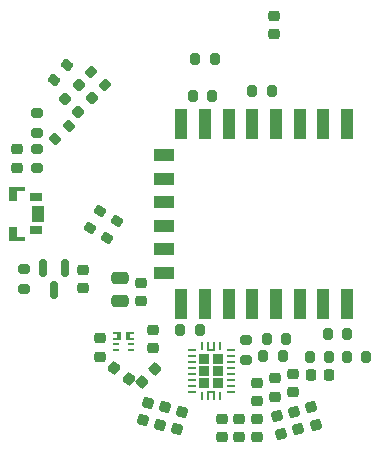
<source format=gbr>
%TF.GenerationSoftware,KiCad,Pcbnew,(6.0.5)*%
%TF.CreationDate,2022-05-23T16:41:31+02:00*%
%TF.ProjectId,qi-lamp-charger,71692d6c-616d-4702-9d63-686172676572,1.0.0*%
%TF.SameCoordinates,Original*%
%TF.FileFunction,Paste,Bot*%
%TF.FilePolarity,Positive*%
%FSLAX46Y46*%
G04 Gerber Fmt 4.6, Leading zero omitted, Abs format (unit mm)*
G04 Created by KiCad (PCBNEW (6.0.5)) date 2022-05-23 16:41:31*
%MOMM*%
%LPD*%
G01*
G04 APERTURE LIST*
G04 Aperture macros list*
%AMRoundRect*
0 Rectangle with rounded corners*
0 $1 Rounding radius*
0 $2 $3 $4 $5 $6 $7 $8 $9 X,Y pos of 4 corners*
0 Add a 4 corners polygon primitive as box body*
4,1,4,$2,$3,$4,$5,$6,$7,$8,$9,$2,$3,0*
0 Add four circle primitives for the rounded corners*
1,1,$1+$1,$2,$3*
1,1,$1+$1,$4,$5*
1,1,$1+$1,$6,$7*
1,1,$1+$1,$8,$9*
0 Add four rect primitives between the rounded corners*
20,1,$1+$1,$2,$3,$4,$5,0*
20,1,$1+$1,$4,$5,$6,$7,0*
20,1,$1+$1,$6,$7,$8,$9,0*
20,1,$1+$1,$8,$9,$2,$3,0*%
G04 Aperture macros list end*
%ADD10RoundRect,0.225000X0.017678X-0.335876X0.335876X-0.017678X-0.017678X0.335876X-0.335876X0.017678X0*%
%ADD11R,0.920000X0.850000*%
%ADD12R,0.750000X0.250000*%
%ADD13RoundRect,0.050400X-0.069600X-0.249600X0.069600X-0.249600X0.069600X0.249600X-0.069600X0.249600X0*%
%ADD14RoundRect,0.050400X-0.249600X-0.069600X0.249600X-0.069600X0.249600X0.069600X-0.249600X0.069600X0*%
%ADD15RoundRect,0.050000X-0.050000X-0.250000X0.050000X-0.250000X0.050000X0.250000X-0.050000X0.250000X0*%
%ADD16RoundRect,0.225000X0.250000X-0.225000X0.250000X0.225000X-0.250000X0.225000X-0.250000X-0.225000X0*%
%ADD17RoundRect,0.200000X-0.200000X-0.275000X0.200000X-0.275000X0.200000X0.275000X-0.200000X0.275000X0*%
%ADD18RoundRect,0.218750X-0.256250X0.218750X-0.256250X-0.218750X0.256250X-0.218750X0.256250X0.218750X0*%
%ADD19RoundRect,0.200000X0.200000X0.275000X-0.200000X0.275000X-0.200000X-0.275000X0.200000X-0.275000X0*%
%ADD20RoundRect,0.218750X0.335876X0.026517X0.026517X0.335876X-0.335876X-0.026517X-0.026517X-0.335876X0*%
%ADD21RoundRect,0.225000X-0.299716X0.152629X-0.183247X-0.282038X0.299716X-0.152629X0.183247X0.282038X0*%
%ADD22RoundRect,0.200000X-0.053033X0.335876X-0.335876X0.053033X0.053033X-0.335876X0.335876X-0.053033X0*%
%ADD23RoundRect,0.225000X0.330695X0.061367X-0.026314X0.335310X-0.330695X-0.061367X0.026314X-0.335310X0*%
%ADD24RoundRect,0.200000X-0.275000X0.200000X-0.275000X-0.200000X0.275000X-0.200000X0.275000X0.200000X0*%
%ADD25RoundRect,0.225000X0.225000X0.250000X-0.225000X0.250000X-0.225000X-0.250000X0.225000X-0.250000X0*%
%ADD26RoundRect,0.225000X-0.250000X0.225000X-0.250000X-0.225000X0.250000X-0.225000X0.250000X0.225000X0*%
%ADD27RoundRect,0.200000X0.275000X-0.200000X0.275000X0.200000X-0.275000X0.200000X-0.275000X-0.200000X0*%
%ADD28RoundRect,0.225000X-0.183247X0.282038X-0.299716X-0.152629X0.183247X-0.282038X0.299716X0.152629X0*%
%ADD29R,0.600000X0.200000*%
%ADD30RoundRect,0.075000X0.100000X-0.275000X0.100000X0.275000X-0.100000X0.275000X-0.100000X-0.275000X0*%
%ADD31RoundRect,0.200000X0.138157X-0.310705X0.338157X0.035705X-0.138157X0.310705X-0.338157X-0.035705X0*%
%ADD32R,1.000000X2.500000*%
%ADD33R,1.800000X1.000000*%
%ADD34RoundRect,0.200000X0.335876X0.053033X0.053033X0.335876X-0.335876X-0.053033X-0.053033X-0.335876X0*%
%ADD35R,1.100000X0.700000*%
%ADD36R,1.100000X1.400000*%
%ADD37R,1.350000X0.400000*%
%ADD38R,0.695000X1.150000*%
%ADD39RoundRect,0.200000X-0.138157X0.310705X-0.338157X-0.035705X0.138157X-0.310705X0.338157X0.035705X0*%
%ADD40RoundRect,0.200000X-0.082105X0.329975X-0.339220X0.023558X0.082105X-0.329975X0.339220X-0.023558X0*%
%ADD41RoundRect,0.250000X0.475000X-0.250000X0.475000X0.250000X-0.475000X0.250000X-0.475000X-0.250000X0*%
%ADD42RoundRect,0.150000X-0.150000X0.587500X-0.150000X-0.587500X0.150000X-0.587500X0.150000X0.587500X0*%
G04 APERTURE END LIST*
D10*
%TO.C,C5*%
X92151992Y-114248008D03*
X93248008Y-113151992D03*
%TD*%
D11*
%TO.C,U2*%
X97439998Y-112250000D03*
X98559998Y-112250000D03*
X97439998Y-114350000D03*
X98559998Y-113300000D03*
D12*
X97999998Y-111500000D03*
D11*
X98559998Y-114350000D03*
D12*
X97999998Y-115100000D03*
D11*
X97439998Y-113300000D03*
D13*
X97249998Y-115450000D03*
D14*
X96349998Y-115050000D03*
X96349998Y-114550000D03*
X96349998Y-114050000D03*
X96349998Y-113550000D03*
X96349998Y-113050000D03*
X96349998Y-112550000D03*
X96349998Y-112050000D03*
X96349998Y-111550000D03*
D13*
X97249998Y-111150000D03*
X98749998Y-111150000D03*
D14*
X99649998Y-111550000D03*
X99649998Y-112050000D03*
X99649998Y-112550000D03*
X99649998Y-113050000D03*
X99649998Y-113550000D03*
X99649998Y-114050000D03*
X99649998Y-114550000D03*
X99649998Y-115050000D03*
D13*
X98749998Y-115450000D03*
D15*
X97724998Y-111150000D03*
X98274998Y-115450000D03*
X98274998Y-111150000D03*
X97724998Y-115450000D03*
%TD*%
D16*
%TO.C,C2*%
X101900000Y-118875003D03*
X101900000Y-117325003D03*
%TD*%
D17*
%TO.C,R11*%
X101475000Y-89600000D03*
X103125000Y-89600000D03*
%TD*%
D16*
%TO.C,C17*%
X101900001Y-115875000D03*
X101900001Y-114325000D03*
%TD*%
D18*
%TO.C,D11*%
X81600001Y-94512498D03*
X81600001Y-96087498D03*
%TD*%
D19*
%TO.C,R6*%
X108025000Y-112100001D03*
X106375000Y-112100001D03*
%TD*%
D16*
%TO.C,C8*%
X87200000Y-106275000D03*
X87200000Y-104725000D03*
%TD*%
%TO.C,C15*%
X98900000Y-118874999D03*
X98900000Y-117324999D03*
%TD*%
%TO.C,C14*%
X100400002Y-118874999D03*
X100400002Y-117324999D03*
%TD*%
D20*
%TO.C,D12*%
X87956847Y-90156847D03*
X86843153Y-89043153D03*
%TD*%
D21*
%TO.C,C6*%
X103550531Y-117139629D03*
X103951701Y-118636815D03*
%TD*%
D22*
%TO.C,R16*%
X85983363Y-92516637D03*
X84816637Y-93683363D03*
%TD*%
D23*
%TO.C,C4*%
X91014849Y-113971790D03*
X89785151Y-113028210D03*
%TD*%
D24*
%TO.C,R1*%
X101000000Y-110675000D03*
X101000000Y-112325000D03*
%TD*%
D25*
%TO.C,C13*%
X107975000Y-113600000D03*
X106425000Y-113600000D03*
%TD*%
D16*
%TO.C,C12*%
X93100000Y-111375001D03*
X93100000Y-109825001D03*
%TD*%
D26*
%TO.C,C16*%
X88600000Y-110524999D03*
X88600000Y-112074999D03*
%TD*%
D27*
%TO.C,R4*%
X83300002Y-96124999D03*
X83300002Y-94474999D03*
%TD*%
D28*
%TO.C,C10*%
X92651698Y-115963178D03*
X92250528Y-117460364D03*
%TD*%
D29*
%TO.C,U1*%
X89950000Y-111550000D03*
X89950000Y-111050000D03*
X89950000Y-110550000D03*
D30*
X90225000Y-110300000D03*
D29*
X89950000Y-110050000D03*
D30*
X90975000Y-110300000D03*
D29*
X91250000Y-110050000D03*
X91250000Y-110550000D03*
X91250000Y-111050000D03*
X91250000Y-111550000D03*
%TD*%
D31*
%TO.C,R2*%
X89187500Y-102014471D03*
X90012500Y-100585529D03*
%TD*%
D20*
%TO.C,D13*%
X86756847Y-91356848D03*
X85643153Y-90243154D03*
%TD*%
D16*
%TO.C,C34*%
X92100000Y-107375000D03*
X92100000Y-105825000D03*
%TD*%
D21*
%TO.C,C1*%
X106448302Y-116363178D03*
X106849472Y-117860364D03*
%TD*%
D32*
%TO.C,U3*%
X109500000Y-107600000D03*
X107500000Y-107600000D03*
X105500000Y-107600000D03*
X103500000Y-107600000D03*
X101500000Y-107600000D03*
X99500000Y-107600000D03*
X97500000Y-107600000D03*
X95500000Y-107600000D03*
D33*
X94000000Y-105000000D03*
X94000000Y-103000000D03*
X94000000Y-101000000D03*
X94000000Y-99000000D03*
X94000000Y-97000000D03*
X94000000Y-95000000D03*
D32*
X95500000Y-92400000D03*
X97500000Y-92400000D03*
X99500000Y-92400000D03*
X101500000Y-92400000D03*
X103500000Y-92400000D03*
X105500000Y-92400000D03*
X107500000Y-92400000D03*
X109500000Y-92400000D03*
%TD*%
D16*
%TO.C,C18*%
X104900000Y-115074999D03*
X104900000Y-113524999D03*
%TD*%
D17*
%TO.C,R3*%
X109475000Y-112100000D03*
X111125000Y-112100000D03*
%TD*%
D16*
%TO.C,C19*%
X103399998Y-115474999D03*
X103399998Y-113924999D03*
%TD*%
D24*
%TO.C,R17*%
X83300000Y-91475000D03*
X83300000Y-93125000D03*
%TD*%
D34*
%TO.C,R15*%
X89044023Y-89122703D03*
X87877297Y-87955977D03*
%TD*%
D17*
%TO.C,R13*%
X96475000Y-90000000D03*
X98125000Y-90000000D03*
%TD*%
D27*
%TO.C,R12*%
X82200000Y-106325000D03*
X82200000Y-104675000D03*
%TD*%
D21*
%TO.C,C7*%
X104999415Y-116751407D03*
X105400585Y-118248593D03*
%TD*%
D19*
%TO.C,R9*%
X109525000Y-110200000D03*
X107875000Y-110200000D03*
%TD*%
D35*
%TO.C,SW1*%
X83200000Y-101400000D03*
X83200000Y-98600000D03*
D36*
X83350000Y-100000000D03*
D37*
X81575000Y-97900000D03*
D38*
X81247500Y-98275000D03*
X81247500Y-101725000D03*
D37*
X81575000Y-102100000D03*
%TD*%
D17*
%TO.C,R8*%
X102725000Y-110549997D03*
X104375000Y-110549997D03*
%TD*%
D39*
%TO.C,R14*%
X88612500Y-99785529D03*
X87787500Y-101214471D03*
%TD*%
D40*
%TO.C,R18*%
X85780300Y-87354615D03*
X84719700Y-88618589D03*
%TD*%
D17*
%TO.C,R10*%
X96675000Y-86900000D03*
X98325000Y-86900000D03*
%TD*%
D28*
%TO.C,C11*%
X95549474Y-116739636D03*
X95148304Y-118236822D03*
%TD*%
%TO.C,C9*%
X94100584Y-116351408D03*
X93699414Y-117848594D03*
%TD*%
D41*
%TO.C,C22*%
X90300000Y-107350000D03*
X90300000Y-105450000D03*
%TD*%
D19*
%TO.C,R5*%
X97025000Y-109800000D03*
X95375000Y-109800000D03*
%TD*%
D17*
%TO.C,R7*%
X102425000Y-112050000D03*
X104075000Y-112050000D03*
%TD*%
D26*
%TO.C,C23*%
X103300000Y-83250000D03*
X103300000Y-84800000D03*
%TD*%
D42*
%TO.C,Q1*%
X83750000Y-104562500D03*
X85650000Y-104562500D03*
X84700000Y-106437500D03*
%TD*%
M02*

</source>
